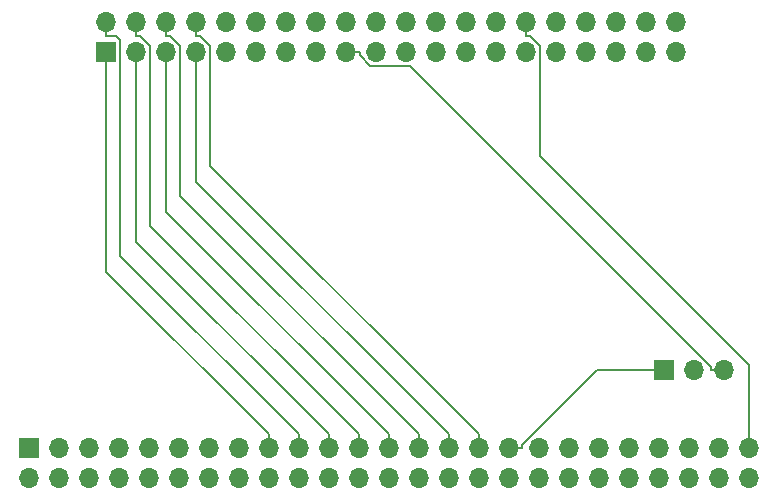
<source format=gbr>
%TF.GenerationSoftware,KiCad,Pcbnew,8.0.5*%
%TF.CreationDate,2024-10-04T15:39:05-04:00*%
%TF.ProjectId,TRS80 Adapter,54525338-3020-4416-9461-707465722e6b,rev?*%
%TF.SameCoordinates,Original*%
%TF.FileFunction,Copper,L1,Top*%
%TF.FilePolarity,Positive*%
%FSLAX46Y46*%
G04 Gerber Fmt 4.6, Leading zero omitted, Abs format (unit mm)*
G04 Created by KiCad (PCBNEW 8.0.5) date 2024-10-04 15:39:05*
%MOMM*%
%LPD*%
G01*
G04 APERTURE LIST*
%TA.AperFunction,ComponentPad*%
%ADD10R,1.700000X1.700000*%
%TD*%
%TA.AperFunction,ComponentPad*%
%ADD11O,1.700000X1.700000*%
%TD*%
%TA.AperFunction,Conductor*%
%ADD12C,0.200000*%
%TD*%
G04 APERTURE END LIST*
D10*
%TO.P,U1,1,D0*%
%TO.N,/Z80_D0*%
X122966000Y-136652000D03*
D11*
%TO.P,U1,2,GND*%
%TO.N,/GND*%
X122966000Y-139192000D03*
%TO.P,U1,3,D1*%
%TO.N,/Z80_D1*%
X125506000Y-136652000D03*
%TO.P,U1,4*%
%TO.N,N/C*%
X125506000Y-139192000D03*
%TO.P,U1,5,D2*%
%TO.N,/Z80_D2*%
X128046000Y-136652000D03*
%TO.P,U1,6*%
%TO.N,N/C*%
X128046000Y-139192000D03*
%TO.P,U1,7,D3*%
%TO.N,/Z80_D3*%
X130586000Y-136652000D03*
%TO.P,U1,8*%
%TO.N,N/C*%
X130586000Y-139192000D03*
%TO.P,U1,9,D4*%
%TO.N,/Z80_D4*%
X133126000Y-136652000D03*
%TO.P,U1,10*%
%TO.N,N/C*%
X133126000Y-139192000D03*
%TO.P,U1,11,D5*%
%TO.N,/Z80_D5*%
X135666000Y-136652000D03*
%TO.P,U1,12*%
%TO.N,N/C*%
X135666000Y-139192000D03*
%TO.P,U1,13,D6*%
%TO.N,/Z80_D6*%
X138206000Y-136652000D03*
%TO.P,U1,14*%
%TO.N,N/C*%
X138206000Y-139192000D03*
%TO.P,U1,15,D7*%
%TO.N,/Z80_D7*%
X140746000Y-136652000D03*
%TO.P,U1,16*%
%TO.N,N/C*%
X140746000Y-139192000D03*
%TO.P,U1,17,A0*%
%TO.N,/Z80_A0*%
X143286000Y-136652000D03*
%TO.P,U1,18*%
%TO.N,N/C*%
X143286000Y-139192000D03*
%TO.P,U1,19,A1*%
%TO.N,/Z80_A1*%
X145826000Y-136652000D03*
%TO.P,U1,20*%
%TO.N,N/C*%
X145826000Y-139192000D03*
%TO.P,U1,21,A2*%
%TO.N,/Z80_A2*%
X148366000Y-136652000D03*
%TO.P,U1,22*%
%TO.N,N/C*%
X148366000Y-139192000D03*
%TO.P,U1,23,A3*%
%TO.N,/Z80_A3*%
X150906000Y-136652000D03*
%TO.P,U1,24*%
%TO.N,N/C*%
X150906000Y-139192000D03*
%TO.P,U1,25,A4*%
%TO.N,/Z80_A4*%
X153446000Y-136652000D03*
%TO.P,U1,26*%
%TO.N,N/C*%
X153446000Y-139192000D03*
%TO.P,U1,27,A5*%
%TO.N,/Z80_A5*%
X155986000Y-136652000D03*
%TO.P,U1,28*%
%TO.N,N/C*%
X155986000Y-139192000D03*
%TO.P,U1,29,A6*%
%TO.N,/Z80_A6*%
X158526000Y-136652000D03*
%TO.P,U1,30*%
%TO.N,N/C*%
X158526000Y-139192000D03*
%TO.P,U1,31,A7*%
%TO.N,/Z80_A7*%
X161066000Y-136652000D03*
%TO.P,U1,32*%
%TO.N,N/C*%
X161066000Y-139192000D03*
%TO.P,U1,33,IN*%
%TO.N,/RD*%
X163606000Y-136652000D03*
%TO.P,U1,34*%
%TO.N,N/C*%
X163606000Y-139192000D03*
%TO.P,U1,35,OUT*%
%TO.N,/RW*%
X166146000Y-136652000D03*
%TO.P,U1,36*%
%TO.N,N/C*%
X166146000Y-139192000D03*
%TO.P,U1,37,RESET*%
%TO.N,/RESET*%
X168686000Y-136652000D03*
%TO.P,U1,38*%
%TO.N,N/C*%
X168686000Y-139192000D03*
%TO.P,U1,39,IO_BUS_INT*%
%TO.N,/NMI*%
X171226000Y-136652000D03*
%TO.P,U1,40*%
%TO.N,N/C*%
X171226000Y-139192000D03*
%TO.P,U1,41,IO_BUS_WAIT*%
%TO.N,/WAIT*%
X173766000Y-136652000D03*
%TO.P,U1,42*%
%TO.N,N/C*%
X173766000Y-139192000D03*
%TO.P,U1,43,EXT_IO_SEL*%
%TO.N,Net-(J2-Pin_2)*%
X176306000Y-136652000D03*
%TO.P,U1,44*%
%TO.N,N/C*%
X176306000Y-139192000D03*
%TO.P,U1,45*%
X178846000Y-136652000D03*
%TO.P,U1,46*%
X178846000Y-139192000D03*
%TO.P,U1,47,M1*%
%TO.N,unconnected-(U1-M1-Pad47)*%
X181386000Y-136652000D03*
%TO.P,U1,48*%
%TO.N,N/C*%
X181386000Y-139192000D03*
%TO.P,U1,49,IOREQ*%
%TO.N,/IORQ*%
X183926000Y-136652000D03*
%TO.P,U1,50,GND*%
%TO.N,/GND*%
X183926000Y-139192000D03*
%TD*%
D10*
%TO.P,J2,1,Pin_1*%
%TO.N,/RD*%
X176799000Y-130048000D03*
D11*
%TO.P,J2,2,Pin_2*%
%TO.N,Net-(J2-Pin_2)*%
X179339000Y-130048000D03*
%TO.P,J2,3,Pin_3*%
%TO.N,/SPARE1*%
X181879000Y-130048000D03*
%TD*%
D10*
%TO.P,J1,1,Pin_1*%
%TO.N,/Z80_A0*%
X129540000Y-103124000D03*
D11*
%TO.P,J1,2,Pin_2*%
%TO.N,/Z80_A1*%
X129540000Y-100584000D03*
%TO.P,J1,3,Pin_3*%
%TO.N,/Z80_A2*%
X132080000Y-103124000D03*
%TO.P,J1,4,Pin_4*%
%TO.N,/Z80_A3*%
X132080000Y-100584000D03*
%TO.P,J1,5,Pin_5*%
%TO.N,/Z80_A4*%
X134620000Y-103124000D03*
%TO.P,J1,6,Pin_6*%
%TO.N,/Z80_A5*%
X134620000Y-100584000D03*
%TO.P,J1,7,Pin_7*%
%TO.N,/Z80_A6*%
X137160000Y-103124000D03*
%TO.P,J1,8,Pin_8*%
%TO.N,/Z80_A7*%
X137160000Y-100584000D03*
%TO.P,J1,9,Pin_9*%
%TO.N,/Z80_D0*%
X139700000Y-103124000D03*
%TO.P,J1,10,Pin_10*%
%TO.N,/Z80_D1*%
X139700000Y-100584000D03*
%TO.P,J1,11,Pin_11*%
%TO.N,/Z80_D2*%
X142240000Y-103124000D03*
%TO.P,J1,12,Pin_12*%
%TO.N,/Z80_D3*%
X142240000Y-100584000D03*
%TO.P,J1,13,Pin_13*%
%TO.N,/Z80_D4*%
X144780000Y-103124000D03*
%TO.P,J1,14,Pin_14*%
%TO.N,/Z80_D5*%
X144780000Y-100584000D03*
%TO.P,J1,15,Pin_15*%
%TO.N,/Z80_D6*%
X147320000Y-103124000D03*
%TO.P,J1,16,Pin_16*%
%TO.N,/Z80_D7*%
X147320000Y-100584000D03*
%TO.P,J1,17,Pin_17*%
%TO.N,/SPARE1*%
X149860000Y-103124000D03*
%TO.P,J1,18,Pin_18*%
%TO.N,/SPARE2*%
X149860000Y-100584000D03*
%TO.P,J1,19,Pin_19*%
%TO.N,/SPARE3*%
X152400000Y-103124000D03*
%TO.P,J1,20,Pin_20*%
%TO.N,/5V*%
X152400000Y-100584000D03*
%TO.P,J1,21,Pin_21*%
%TO.N,/GND*%
X154940000Y-103124000D03*
%TO.P,J1,22,Pin_22*%
%TO.N,/SPARE4*%
X154940000Y-100584000D03*
%TO.P,J1,23,Pin_23*%
%TO.N,/RESET*%
X157480000Y-103124000D03*
%TO.P,J1,24,Pin_24*%
%TO.N,/BUSACK*%
X157480000Y-100584000D03*
%TO.P,J1,25,Pin_25*%
%TO.N,/ROMCS*%
X160020000Y-103124000D03*
%TO.P,J1,26,Pin_26*%
%TO.N,/NMI*%
X160020000Y-100584000D03*
%TO.P,J1,27,Pin_27*%
%TO.N,/WAIT*%
X162560000Y-103124000D03*
%TO.P,J1,28,Pin_28*%
%TO.N,/BUSRQ*%
X162560000Y-100584000D03*
%TO.P,J1,29,Pin_29*%
%TO.N,/MEMRQ*%
X165100000Y-103124000D03*
%TO.P,J1,30,Pin_30*%
%TO.N,/IORQ*%
X165100000Y-100584000D03*
%TO.P,J1,31,Pin_31*%
%TO.N,/RW*%
X167640000Y-103124000D03*
%TO.P,J1,32,Pin_32*%
%TO.N,/RD*%
X167640000Y-100584000D03*
%TO.P,J1,33,Pin_33*%
%TO.N,/Z80_A8*%
X170180000Y-103124000D03*
%TO.P,J1,34,Pin_34*%
%TO.N,/Z80_A9*%
X170180000Y-100584000D03*
%TO.P,J1,35,Pin_35*%
%TO.N,/Z80_A10*%
X172720000Y-103124000D03*
%TO.P,J1,36,Pin_36*%
%TO.N,/Z80_A11*%
X172720000Y-100584000D03*
%TO.P,J1,37,Pin_37*%
%TO.N,/Z80_A12*%
X175260000Y-103124000D03*
%TO.P,J1,38,Pin_38*%
%TO.N,/Z80_A13*%
X175260000Y-100584000D03*
%TO.P,J1,39,Pin_39*%
%TO.N,/Z80_A14*%
X177800000Y-103124000D03*
%TO.P,J1,40,Pin_40*%
%TO.N,/Z80_A15*%
X177800000Y-100584000D03*
%TD*%
D12*
%TO.N,/Z80_A5*%
X135771700Y-102599400D02*
X134908000Y-101735700D01*
X134908000Y-101735700D02*
X134620000Y-101735700D01*
X134620000Y-100584000D02*
X134620000Y-101735700D01*
X135771700Y-115286000D02*
X135771700Y-102599400D01*
X155986000Y-135500300D02*
X135771700Y-115286000D01*
X155986000Y-136652000D02*
X155986000Y-135500300D01*
%TO.N,/Z80_A6*%
X137160000Y-103124000D02*
X137160000Y-114134300D01*
X158526000Y-136652000D02*
X158526000Y-135500300D01*
X137160000Y-114134300D02*
X158526000Y-135500300D01*
%TO.N,/Z80_A0*%
X129540000Y-103124000D02*
X129540000Y-121754300D01*
X143286000Y-136652000D02*
X143286000Y-135500300D01*
X129540000Y-121754300D02*
X143286000Y-135500300D01*
%TO.N,/Z80_A2*%
X148366000Y-135500300D02*
X132080000Y-119214300D01*
X132080000Y-103124000D02*
X132080000Y-104275700D01*
X132080000Y-119214300D02*
X132080000Y-104275700D01*
X148366000Y-136652000D02*
X148366000Y-135500300D01*
%TO.N,/Z80_A7*%
X137448000Y-101735700D02*
X137160000Y-101735700D01*
X137160000Y-100584000D02*
X137160000Y-101735700D01*
X138311700Y-102599400D02*
X137448000Y-101735700D01*
X161066000Y-135500300D02*
X138311700Y-112746000D01*
X138311700Y-112746000D02*
X138311700Y-102599400D01*
X161066000Y-136652000D02*
X161066000Y-135500300D01*
%TO.N,/IORQ*%
X166251700Y-111953300D02*
X183926000Y-129627600D01*
X165100000Y-101735700D02*
X165388000Y-101735700D01*
X183926000Y-129627600D02*
X183926000Y-136652000D01*
X165388000Y-101735700D02*
X166251700Y-102599400D01*
X165100000Y-100584000D02*
X165100000Y-101735700D01*
X166251700Y-102599400D02*
X166251700Y-111953300D01*
%TO.N,/RD*%
X164757700Y-136383500D02*
X164757700Y-136652000D01*
X176799000Y-130048000D02*
X171093200Y-130048000D01*
X171093200Y-130048000D02*
X164757700Y-136383500D01*
X163606000Y-136652000D02*
X164757700Y-136652000D01*
%TO.N,/Z80_A3*%
X150906000Y-136652000D02*
X150906000Y-135500300D01*
X133231700Y-117826000D02*
X150906000Y-135500300D01*
X132368000Y-101735700D02*
X133231700Y-102599400D01*
X133231700Y-102599400D02*
X133231700Y-117826000D01*
X132080000Y-100584000D02*
X132080000Y-101735700D01*
X132080000Y-101735700D02*
X132368000Y-101735700D01*
%TO.N,/Z80_A4*%
X134620000Y-116674300D02*
X153446000Y-135500300D01*
X153446000Y-136652000D02*
X153446000Y-135500300D01*
X134620000Y-103124000D02*
X134620000Y-116674300D01*
%TO.N,/SPARE1*%
X149860000Y-103124000D02*
X151011700Y-103124000D01*
X180727300Y-129779500D02*
X180727300Y-130048000D01*
X181879000Y-130048000D02*
X180727300Y-130048000D01*
X155223500Y-104275700D02*
X180727300Y-129779500D01*
X151011700Y-103124000D02*
X151011700Y-103412000D01*
X151875400Y-104275700D02*
X155223500Y-104275700D01*
X151011700Y-103412000D02*
X151875400Y-104275700D01*
%TO.N,/Z80_A1*%
X145826000Y-136652000D02*
X145826000Y-135500300D01*
X130331800Y-101735700D02*
X130691700Y-102095600D01*
X129540000Y-101735700D02*
X130331800Y-101735700D01*
X129540000Y-100584000D02*
X129540000Y-101735700D01*
X130691700Y-102095600D02*
X130691700Y-120366000D01*
X130691700Y-120366000D02*
X145826000Y-135500300D01*
%TD*%
M02*

</source>
